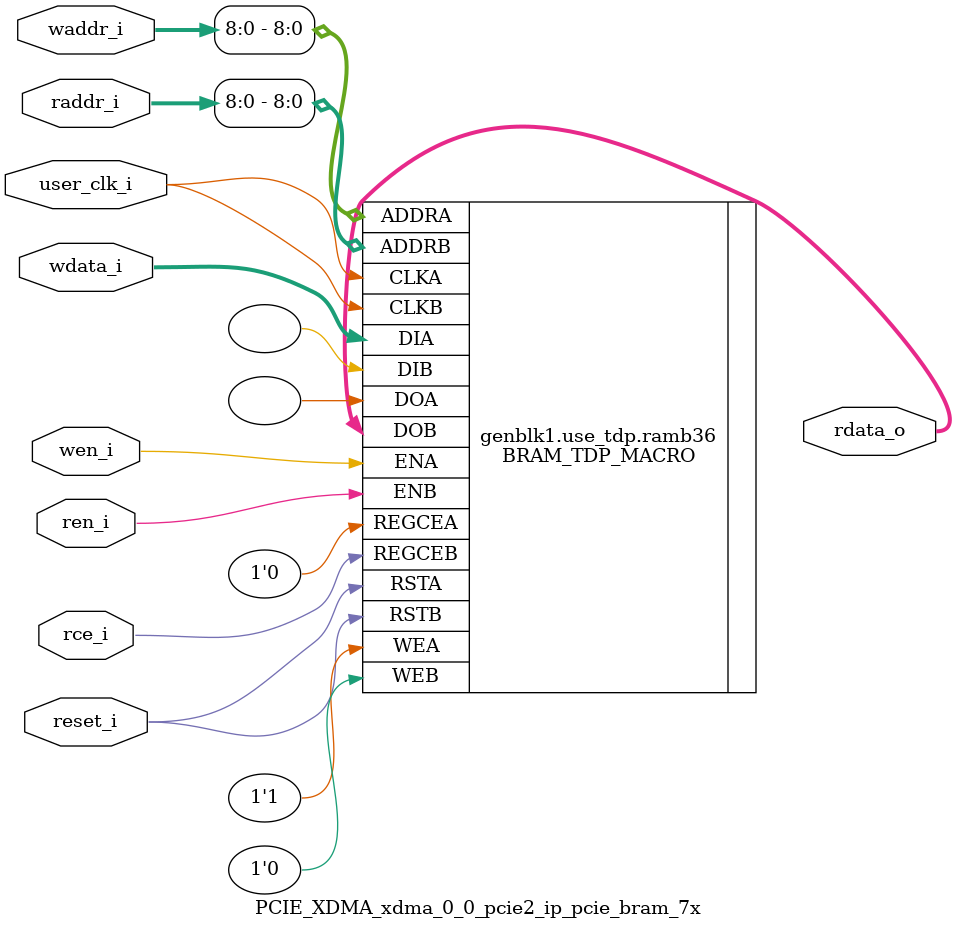
<source format=v>

`timescale 1ps/1ps

(* DowngradeIPIdentifiedWarnings = "yes" *)
module PCIE_XDMA_xdma_0_0_pcie2_ip_pcie_bram_7x
  #(
    parameter [3:0]  LINK_CAP_MAX_LINK_SPEED = 4'h1,        // PCIe Link Speed : 1 - 2.5 GT/s; 2 - 5.0 GT/s
    parameter [5:0]  LINK_CAP_MAX_LINK_WIDTH = 6'h08,       // PCIe Link Width : 1 / 2 / 4 / 8
    parameter IMPL_TARGET = "HARD",                         // the implementation target : HARD, SOFT
    parameter DOB_REG = 0,                                  // 1 - use the output register;
                                                            // 0 - don't use the output register
    parameter WIDTH = 0                                     // supported WIDTH's : 4, 9, 18, 36 - uses RAMB36
                                                            //                     72 - uses RAMB36SDP
    )
    (
     input               user_clk_i,// user clock
     input               reset_i,   // bram reset

     input               wen_i,     // write enable
     input [12:0]        waddr_i,   // write address
     input [WIDTH - 1:0] wdata_i,   // write data

     input               ren_i,     // read enable
     input               rce_i,     // output register clock enable
     input [12:0]        raddr_i,   // read address

     output [WIDTH - 1:0] rdata_o   // read data
     );

   // map the address bits
   localparam ADDR_MSB = ((WIDTH == 4)  ? 12 :
                          (WIDTH == 9)  ? 11 :
                          (WIDTH == 18) ? 10 :
                          (WIDTH == 36) ?  9 :
                                           8
                          );

   // set the width of the tied off low address bits
   localparam ADDR_LO_BITS = ((WIDTH == 4)  ? 2 :
                              (WIDTH == 9)  ? 3 :
                              (WIDTH == 18) ? 4 :
                              (WIDTH == 36) ? 5 :
                                              0 // for WIDTH 72 use RAMB36SDP
                              );

   // map the data bits
   localparam D_MSB =  ((WIDTH == 4)  ?  3 :
                        (WIDTH == 9)  ?  7 :
                        (WIDTH == 18) ? 15 :
                        (WIDTH == 36) ? 31 :
                                        63
                        );

   // map the data parity bits
   localparam DP_LSB =  D_MSB + 1;

   localparam DP_MSB =  ((WIDTH == 4)  ? 4 :
                         (WIDTH == 9)  ? 8 :
                         (WIDTH == 18) ? 17 :
                         (WIDTH == 36) ? 35 :
                                         71
                        );

   localparam DPW = DP_MSB - DP_LSB + 1;
   localparam WRITE_MODE = ((WIDTH == 72) && (!((LINK_CAP_MAX_LINK_SPEED == 4'h2) && (LINK_CAP_MAX_LINK_WIDTH == 6'h08)))) ? "WRITE_FIRST" :
                           ((LINK_CAP_MAX_LINK_SPEED == 4'h2) && (LINK_CAP_MAX_LINK_WIDTH == 6'h08)) ? "WRITE_FIRST" : "NO_CHANGE";

   localparam DEVICE = (IMPL_TARGET == "HARD") ? "7SERIES" : "VIRTEX6";
   localparam BRAM_SIZE = "36Kb";

   localparam WE_WIDTH =(DEVICE == "VIRTEX5" || DEVICE == "VIRTEX6" || DEVICE == "7SERIES") ?
                            ((WIDTH <= 9) ? 1 :
                             (WIDTH > 9 && WIDTH <= 18) ? 2 :
                             (WIDTH > 18 && WIDTH <= 36) ? 4 :
                             (WIDTH > 36 && WIDTH <= 72) ? 8 :
                             (BRAM_SIZE == "18Kb") ? 4 : 8 ) : 8;

   //synthesis translate_off
   initial begin
      //$display("[%t] %m DOB_REG %0d WIDTH %0d ADDR_MSB %0d ADDR_LO_BITS %0d DP_MSB %0d DP_LSB %0d D_MSB %0d",
      //          $time, DOB_REG,   WIDTH,    ADDR_MSB,    ADDR_LO_BITS,    DP_MSB,    DP_LSB,    D_MSB);

      case (WIDTH)
        4,9,18,36,72:;
        default:
          begin
             $display("[%t] %m Error WIDTH %0d not supported", $time, WIDTH);
             $finish;
          end
      endcase // case (WIDTH)
   end
   //synthesis translate_on

   generate
   if ((LINK_CAP_MAX_LINK_WIDTH == 6'h08 && LINK_CAP_MAX_LINK_SPEED == 4'h2) || (WIDTH == 72)) begin : use_sdp
        BRAM_SDP_MACRO #(
               .DEVICE        (DEVICE),
               .BRAM_SIZE     (BRAM_SIZE),
               .DO_REG        (DOB_REG),
               .READ_WIDTH    (WIDTH),
               .WRITE_WIDTH   (WIDTH),
               .WRITE_MODE    (WRITE_MODE)
               )
        ramb36sdp(
               .DO             (rdata_o[WIDTH-1:0]),
               .DI             (wdata_i[WIDTH-1:0]),
               .RDADDR         (raddr_i[ADDR_MSB:0]),
               .RDCLK          (user_clk_i),
               .RDEN           (ren_i),
               .REGCE          (rce_i),
               .RST            (reset_i),
               .WE             ({WE_WIDTH{1'b1}}),
               .WRADDR         (waddr_i[ADDR_MSB:0]),
               .WRCLK          (user_clk_i),
               .WREN           (wen_i)
               );

    end  // block: use_sdp
    else if (WIDTH <= 36) begin : use_tdp
    // use RAMB36's if the width is 4, 9, 18, or 36
        BRAM_TDP_MACRO #(
               .DEVICE        (DEVICE),
               .BRAM_SIZE     (BRAM_SIZE),
               .DOA_REG       (0),
               .DOB_REG       (DOB_REG),
               .READ_WIDTH_A  (WIDTH),
               .READ_WIDTH_B  (WIDTH),
               .WRITE_WIDTH_A (WIDTH),
               .WRITE_WIDTH_B (WIDTH),
               .WRITE_MODE_A  (WRITE_MODE)
               )
        ramb36(
               .DOA            (),
               .DOB            (rdata_o[WIDTH-1:0]),
               .ADDRA          (waddr_i[ADDR_MSB:0]),
               .ADDRB          (raddr_i[ADDR_MSB:0]),
               .CLKA           (user_clk_i),
               .CLKB           (user_clk_i),
               .DIA            (wdata_i[WIDTH-1:0]),
               .DIB            ({WIDTH{1'b0}}),
               .ENA            (wen_i),
               .ENB            (ren_i),
               .REGCEA         (1'b0),
               .REGCEB         (rce_i),
               .RSTA           (reset_i),
               .RSTB           (reset_i),
               .WEA            ({WE_WIDTH{1'b1}}),
               .WEB            ({WE_WIDTH{1'b0}})
               );
   end // block: use_tdp
   endgenerate

endmodule // pcie_bram_7x


</source>
